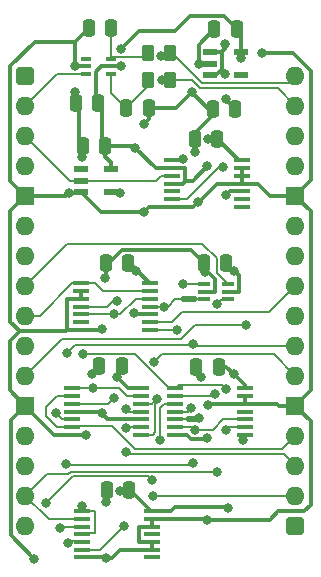
<source format=gtl>
%TF.GenerationSoftware,KiCad,Pcbnew,8.0.4*%
%TF.CreationDate,2024-09-05T16:26:24+02:00*%
%TF.ProjectId,Graphics Signals,47726170-6869-4637-9320-5369676e616c,V1*%
%TF.SameCoordinates,PX525bfc0PY43d3480*%
%TF.FileFunction,Copper,L1,Top*%
%TF.FilePolarity,Positive*%
%FSLAX46Y46*%
G04 Gerber Fmt 4.6, Leading zero omitted, Abs format (unit mm)*
G04 Created by KiCad (PCBNEW 8.0.4) date 2024-09-05 16:26:24*
%MOMM*%
%LPD*%
G01*
G04 APERTURE LIST*
G04 Aperture macros list*
%AMRoundRect*
0 Rectangle with rounded corners*
0 $1 Rounding radius*
0 $2 $3 $4 $5 $6 $7 $8 $9 X,Y pos of 4 corners*
0 Add a 4 corners polygon primitive as box body*
4,1,4,$2,$3,$4,$5,$6,$7,$8,$9,$2,$3,0*
0 Add four circle primitives for the rounded corners*
1,1,$1+$1,$2,$3*
1,1,$1+$1,$4,$5*
1,1,$1+$1,$6,$7*
1,1,$1+$1,$8,$9*
0 Add four rect primitives between the rounded corners*
20,1,$1+$1,$2,$3,$4,$5,0*
20,1,$1+$1,$4,$5,$6,$7,0*
20,1,$1+$1,$6,$7,$8,$9,0*
20,1,$1+$1,$8,$9,$2,$3,0*%
G04 Aperture macros list end*
%TA.AperFunction,EtchedComponent*%
%ADD10C,0.000000*%
%TD*%
%TA.AperFunction,SMDPad,CuDef*%
%ADD11RoundRect,0.250000X-0.250000X-0.475000X0.250000X-0.475000X0.250000X0.475000X-0.250000X0.475000X0*%
%TD*%
%TA.AperFunction,SMDPad,CuDef*%
%ADD12RoundRect,0.250000X0.250000X0.475000X-0.250000X0.475000X-0.250000X-0.475000X0.250000X-0.475000X0*%
%TD*%
%TA.AperFunction,SMDPad,CuDef*%
%ADD13R,1.000000X0.450000*%
%TD*%
%TA.AperFunction,SMDPad,CuDef*%
%ADD14R,1.475000X0.450000*%
%TD*%
%TA.AperFunction,SMDPad,CuDef*%
%ADD15R,0.875000X0.450000*%
%TD*%
%TA.AperFunction,SMDPad,CuDef*%
%ADD16R,1.150000X0.600000*%
%TD*%
%TA.AperFunction,ComponentPad*%
%ADD17RoundRect,0.400000X-0.400000X-0.400000X0.400000X-0.400000X0.400000X0.400000X-0.400000X0.400000X0*%
%TD*%
%TA.AperFunction,ComponentPad*%
%ADD18O,1.600000X1.600000*%
%TD*%
%TA.AperFunction,ComponentPad*%
%ADD19R,1.600000X1.600000*%
%TD*%
%TA.AperFunction,SMDPad,CuDef*%
%ADD20RoundRect,0.250000X-0.262500X-0.450000X0.262500X-0.450000X0.262500X0.450000X-0.262500X0.450000X0*%
%TD*%
%TA.AperFunction,SMDPad,CuDef*%
%ADD21C,0.500000*%
%TD*%
%TA.AperFunction,SMDPad,CuDef*%
%ADD22R,1.250000X0.600000*%
%TD*%
%TA.AperFunction,ViaPad*%
%ADD23C,0.800000*%
%TD*%
%TA.AperFunction,Conductor*%
%ADD24C,0.200000*%
%TD*%
%TA.AperFunction,Conductor*%
%ADD25C,0.380000*%
%TD*%
G04 APERTURE END LIST*
D10*
%TA.AperFunction,EtchedComponent*%
%TO.C,NT2*%
G36*
X14724000Y-29333000D02*
G01*
X13724000Y-29333000D01*
X13724000Y-28833000D01*
X14724000Y-28833000D01*
X14724000Y-29333000D01*
G37*
%TD.AperFunction*%
%TA.AperFunction,EtchedComponent*%
%TO.C,NT1*%
G36*
X14343000Y-19203000D02*
G01*
X13343000Y-19203000D01*
X13343000Y-18703000D01*
X14343000Y-18703000D01*
X14343000Y-19203000D01*
G37*
%TD.AperFunction*%
%TD*%
D11*
%TO.P,C4,1*%
%TO.N,Net-(IC9-~{Y})*%
X8524000Y-2779000D03*
%TO.P,C4,2*%
%TO.N,GND*%
X10424000Y-2779000D03*
%TD*%
D12*
%TO.P,C2,1*%
%TO.N,Net-(IC9-Y)*%
X7284000Y4064000D03*
%TO.P,C2,2*%
%TO.N,GND*%
X5384000Y4064000D03*
%TD*%
D13*
%TO.P,IC4,1,A*%
%TO.N,/~{Counting}*%
X15158000Y-17653000D03*
%TO.P,IC4,2,GND*%
%TO.N,GND*%
X15158000Y-18303000D03*
%TO.P,IC4,3,B*%
%TO.N,/~{Write w{slash}o Tansparency}*%
X15158000Y-18953000D03*
%TO.P,IC4,4,Y*%
%TO.N,~{Write}*%
X17158000Y-18953000D03*
%TO.P,IC4,5,3V*%
%TO.N,/3.3V*%
X17158000Y-18303000D03*
%TO.P,IC4,6,C*%
%TO.N,Transparent*%
X17158000Y-17653000D03*
%TD*%
D12*
%TO.P,C3,1*%
%TO.N,/3.3V*%
X6776000Y-5969000D03*
%TO.P,C3,2*%
%TO.N,GND*%
X4876000Y-5969000D03*
%TD*%
D11*
%TO.P,C11,1*%
%TO.N,GND*%
X6813000Y-15875000D03*
%TO.P,C11,2*%
%TO.N,/3.3V*%
X8713000Y-15875000D03*
%TD*%
D14*
%TO.P,IC3,1,~{1RD}*%
%TO.N,CLK0*%
X12424000Y-7194000D03*
%TO.P,IC3,2,1D*%
%TO.N,/3.3V*%
X12424000Y-7844000D03*
%TO.P,IC3,3,1CP*%
%TO.N,Write Start*%
X12424000Y-8494000D03*
%TO.P,IC3,4,~{1SD}*%
%TO.N,/3.3V*%
X12424000Y-9144000D03*
%TO.P,IC3,5,1Q*%
%TO.N,unconnected-(IC3-1Q-Pad5)*%
X12424000Y-9794000D03*
%TO.P,IC3,6,~{1Q}*%
%TO.N,~{Load Count Start}*%
X12424000Y-10444000D03*
%TO.P,IC3,7,GND*%
%TO.N,GND*%
X12424000Y-11094000D03*
%TO.P,IC3,8,~{2Q}*%
%TO.N,unconnected-(IC3-~{2Q}-Pad8)*%
X18300000Y-11094000D03*
%TO.P,IC3,9,2Q*%
%TO.N,unconnected-(IC3-2Q-Pad9)*%
X18300000Y-10444000D03*
%TO.P,IC3,10,~{2SD}*%
%TO.N,/3.3V*%
X18300000Y-9794000D03*
%TO.P,IC3,11,2CP*%
%TO.N,GND*%
X18300000Y-9144000D03*
%TO.P,IC3,12,2D*%
X18300000Y-8494000D03*
%TO.P,IC3,13,~{2RD}*%
X18300000Y-7844000D03*
%TO.P,IC3,14,3V*%
%TO.N,/3.3V*%
X18300000Y-7194000D03*
%TD*%
%TO.P,IC10,1,~{1RD}*%
%TO.N,/Running*%
X3920000Y-26498000D03*
%TO.P,IC10,2,1D*%
%TO.N,CLK2*%
X3920000Y-27148000D03*
%TO.P,IC10,3,1CP*%
%TO.N,MCLK*%
X3920000Y-27798000D03*
%TO.P,IC10,4,~{1SD}*%
%TO.N,/3.3V*%
X3920000Y-28448000D03*
%TO.P,IC10,5,1Q*%
%TO.N,CLK0*%
X3920000Y-29098000D03*
%TO.P,IC10,6,~{1Q}*%
%TO.N,CLK2*%
X3920000Y-29748000D03*
%TO.P,IC10,7,GND*%
%TO.N,GND*%
X3920000Y-30398000D03*
%TO.P,IC10,8,~{2Q}*%
%TO.N,CLK1*%
X9796000Y-30398000D03*
%TO.P,IC10,9,2Q*%
%TO.N,CLK3*%
X9796000Y-29748000D03*
%TO.P,IC10,10,~{2SD}*%
%TO.N,/3.3V*%
X9796000Y-29098000D03*
%TO.P,IC10,11,2CP*%
%TO.N,~{MCLK}*%
X9796000Y-28448000D03*
%TO.P,IC10,12,2D*%
%TO.N,CLK1*%
X9796000Y-27798000D03*
%TO.P,IC10,13,~{2RD}*%
%TO.N,/Running*%
X9796000Y-27148000D03*
%TO.P,IC10,14,3V*%
%TO.N,/3.3V*%
X9796000Y-26498000D03*
%TD*%
D15*
%TO.P,IC9,1,n.c.*%
%TO.N,unconnected-(IC9-n.c.-Pad1)*%
X5125000Y1427000D03*
%TO.P,IC9,2,GND*%
%TO.N,GND*%
X5125000Y777000D03*
%TO.P,IC9,3,X1*%
%TO.N,CLK_{M}*%
X5125000Y127000D03*
%TO.P,IC9,4,~{Y}*%
%TO.N,Net-(IC9-~{Y})*%
X7249000Y127000D03*
%TO.P,IC9,5,3V*%
%TO.N,/3.3V*%
X7249000Y777000D03*
%TO.P,IC9,6,Y*%
%TO.N,Net-(IC9-Y)*%
X7249000Y1427000D03*
%TD*%
D16*
%TO.P,IC36,1,6VIn*%
%TO.N,5V*%
X15638000Y1966000D03*
%TO.P,IC36,2,GND*%
%TO.N,GND*%
X15638000Y1016000D03*
%TO.P,IC36,3,EN*%
%TO.N,5V*%
X15638000Y66000D03*
%TO.P,IC36,4,ADJ*%
%TO.N,unconnected-(IC36-ADJ-Pad4)*%
X18238000Y66000D03*
%TO.P,IC36,5,3.3VOut*%
%TO.N,/3.3V*%
X18238000Y1966000D03*
%TD*%
D17*
%TO.P,J7,1,Pin_1*%
%TO.N,5V*%
X0Y0D03*
D18*
%TO.P,J7,2,Pin_2*%
%TO.N,CLK_{M}*%
X0Y-2540000D03*
%TO.P,J7,3,Pin_3*%
%TO.N,Write Start*%
X0Y-5080000D03*
%TO.P,J7,4,Pin_4*%
%TO.N,unconnected-(J7-Pin_4-Pad4)*%
X0Y-7620000D03*
D19*
%TO.P,J7,5,Pin_5*%
%TO.N,GND*%
X0Y-10160000D03*
D18*
%TO.P,J7,6,Pin_6*%
%TO.N,~{Main Access}*%
X0Y-12700000D03*
%TO.P,J7,7,Pin_7*%
%TO.N,unconnected-(J7-Pin_7-Pad7)*%
X0Y-15240000D03*
%TO.P,J7,8,Pin_8*%
%TO.N,Transparent*%
X0Y-17780000D03*
%TO.P,J7,9,Pin_9*%
%TO.N,~{Done}*%
X0Y-20320000D03*
%TO.P,J7,10,Pin_10*%
%TO.N,~{Read}*%
X0Y-22860000D03*
%TO.P,J7,11,Pin_11*%
%TO.N,~{Main Read}*%
X0Y-25400000D03*
D19*
%TO.P,J7,12,Pin_12*%
%TO.N,GND*%
X0Y-27940000D03*
D18*
%TO.P,J7,13,Pin_13*%
%TO.N,unconnected-(J7-Pin_13-Pad13)*%
X0Y-30480000D03*
%TO.P,J7,14,Pin_14*%
%TO.N,~{WD}_{M}*%
X0Y-33020000D03*
%TO.P,J7,15,Pin_15*%
%TO.N,~{Write}*%
X0Y-35560000D03*
%TO.P,J7,16,Pin_16*%
%TO.N,~{Main Write}*%
X0Y-38100000D03*
D17*
%TO.P,J7,17,Pin_17*%
%TO.N,5V*%
X22860000Y-38100000D03*
D18*
%TO.P,J7,18,Pin_18*%
%TO.N,~{RD}_{M}*%
X22860000Y-35560000D03*
%TO.P,J7,19,Pin_19*%
%TO.N,CLK3*%
X22860000Y-33020000D03*
%TO.P,J7,20,Pin_20*%
%TO.N,CLK2*%
X22860000Y-30480000D03*
D19*
%TO.P,J7,21,Pin_21*%
%TO.N,GND*%
X22860000Y-27940000D03*
D18*
%TO.P,J7,22,Pin_22*%
%TO.N,CLK1*%
X22860000Y-25400000D03*
%TO.P,J7,23,Pin_23*%
%TO.N,CLK0*%
X22860000Y-22860000D03*
%TO.P,J7,24,Pin_24*%
%TO.N,unconnected-(J7-Pin_24-Pad24)*%
X22860000Y-20320000D03*
%TO.P,J7,25,Pin_25*%
%TO.N,Counting*%
X22860000Y-17780000D03*
%TO.P,J7,26,Pin_26*%
%TO.N,unconnected-(J7-Pin_26-Pad26)*%
X22860000Y-15240000D03*
%TO.P,J7,27,Pin_27*%
%TO.N,unconnected-(J7-Pin_27-Pad27)*%
X22860000Y-12700000D03*
D19*
%TO.P,J7,28,Pin_28*%
%TO.N,GND*%
X22860000Y-10160000D03*
D18*
%TO.P,J7,29,Pin_29*%
%TO.N,~{Load Count Start}*%
X22860000Y-7620000D03*
%TO.P,J7,30,Pin_30*%
%TO.N,unconnected-(J7-Pin_30-Pad30)*%
X22860000Y-5080000D03*
%TO.P,J7,31,Pin_31*%
%TO.N,~{MCLK}*%
X22860000Y-2540000D03*
%TO.P,J7,32,Pin_32*%
%TO.N,MCLK*%
X22860000Y0D03*
%TD*%
D12*
%TO.P,C41,1*%
%TO.N,5V*%
X17775000Y-2794000D03*
%TO.P,C41,2*%
%TO.N,GND*%
X15875000Y-2794000D03*
%TD*%
D20*
%TO.P,R2,1*%
%TO.N,Net-(IC9-~{Y})*%
X10400500Y-356000D03*
%TO.P,R2,2*%
%TO.N,~{MCLK}*%
X12225500Y-356000D03*
%TD*%
D14*
%TO.P,IC6,1,~{1OE}*%
%TO.N,~{Main Access}*%
X4829000Y-36886000D03*
%TO.P,IC6,2,1A*%
%TO.N,~{Write}*%
X4829000Y-37536000D03*
%TO.P,IC6,3,1Y*%
%TO.N,~{WD}_{M}*%
X4829000Y-38186000D03*
%TO.P,IC6,4,~{2OE}*%
%TO.N,~{Main Access}*%
X4829000Y-38836000D03*
%TO.P,IC6,5,2A*%
%TO.N,~{Read}*%
X4829000Y-39486000D03*
%TO.P,IC6,6,2Y*%
%TO.N,~{RD}_{M}*%
X4829000Y-40136000D03*
%TO.P,IC6,7,GND*%
%TO.N,GND*%
X4829000Y-40786000D03*
%TO.P,IC6,8,3Y*%
%TO.N,unconnected-(IC6-3Y-Pad8)*%
X10705000Y-40786000D03*
%TO.P,IC6,9,3A*%
%TO.N,GND*%
X10705000Y-40136000D03*
%TO.P,IC6,10,~{3OE}*%
X10705000Y-39486000D03*
%TO.P,IC6,11,4Y*%
%TO.N,unconnected-(IC6-4Y-Pad11)*%
X10705000Y-38836000D03*
%TO.P,IC6,12,4A*%
%TO.N,GND*%
X10705000Y-38186000D03*
%TO.P,IC6,13,~{4OE}*%
X10705000Y-37536000D03*
%TO.P,IC6,14,3V*%
%TO.N,/3.3V*%
X10705000Y-36886000D03*
%TD*%
D11*
%TO.P,C1,1*%
%TO.N,GND*%
X14351000Y-5334000D03*
%TO.P,C1,2*%
%TO.N,/3.3V*%
X16251000Y-5334000D03*
%TD*%
D14*
%TO.P,IC11,1,1A*%
%TO.N,~{Main Access}*%
X12683000Y-26498000D03*
%TO.P,IC11,2,1B*%
%TO.N,~{Write}*%
X12683000Y-27148000D03*
%TO.P,IC11,3,1Y*%
%TO.N,~{Main Write}*%
X12683000Y-27798000D03*
%TO.P,IC11,4,2A*%
%TO.N,/~{Counting}*%
X12683000Y-28448000D03*
%TO.P,IC11,5,2B*%
%TO.N,Net-(IC11B-2B)*%
X12683000Y-29098000D03*
%TO.P,IC11,6,2Y*%
%TO.N,~{Read}*%
X12683000Y-29748000D03*
%TO.P,IC11,7,GND*%
%TO.N,GND*%
X12683000Y-30398000D03*
%TO.P,IC11,8,3Y*%
%TO.N,~{Main Read}*%
X18559000Y-30398000D03*
%TO.P,IC11,9,3A*%
%TO.N,~{Main Access}*%
X18559000Y-29748000D03*
%TO.P,IC11,10,3B*%
%TO.N,~{Read}*%
X18559000Y-29098000D03*
%TO.P,IC11,11,4Y*%
%TO.N,unconnected-(IC11D-4Y-Pad11)*%
X18559000Y-28448000D03*
%TO.P,IC11,12,4A*%
%TO.N,GND*%
X18559000Y-27798000D03*
%TO.P,IC11,13,4B*%
X18559000Y-27148000D03*
%TO.P,IC11,14,3V*%
%TO.N,/3.3V*%
X18559000Y-26498000D03*
%TD*%
D11*
%TO.P,C5,1*%
%TO.N,GND*%
X4273000Y-2286000D03*
%TO.P,C5,2*%
%TO.N,/3.3V*%
X6173000Y-2286000D03*
%TD*%
%TO.P,C10,1*%
%TO.N,GND*%
X15113000Y-15875000D03*
%TO.P,C10,2*%
%TO.N,/3.3V*%
X17013000Y-15875000D03*
%TD*%
%TO.P,C6,1*%
%TO.N,GND*%
X14483000Y-24638000D03*
%TO.P,C6,2*%
%TO.N,/3.3V*%
X16383000Y-24638000D03*
%TD*%
%TO.P,C8,1*%
%TO.N,GND*%
X6248000Y-24618000D03*
%TO.P,C8,2*%
%TO.N,/3.3V*%
X8148000Y-24618000D03*
%TD*%
%TO.P,C9,1*%
%TO.N,GND*%
X6903000Y-35052000D03*
%TO.P,C9,2*%
%TO.N,/3.3V*%
X8803000Y-35052000D03*
%TD*%
D20*
%TO.P,R1,1*%
%TO.N,Net-(IC9-Y)*%
X10400500Y1930000D03*
%TO.P,R1,2*%
%TO.N,MCLK*%
X12225500Y1930000D03*
%TD*%
D21*
%TO.P,NT2,1,1*%
%TO.N,CLK1*%
X14723999Y-29083000D03*
%TO.P,NT2,2,2*%
%TO.N,Net-(IC11B-2B)*%
X13724001Y-29083000D03*
%TD*%
%TO.P,NT1,1,1*%
%TO.N,CLK3*%
X13343000Y-18953000D03*
%TO.P,NT1,2,2*%
%TO.N,/~{Write w{slash}o Tansparency}*%
X14343000Y-18953000D03*
%TD*%
D12*
%TO.P,C42,1*%
%TO.N,/3.3V*%
X17902000Y3937000D03*
%TO.P,C42,2*%
%TO.N,GND*%
X16002000Y3937000D03*
%TD*%
D14*
%TO.P,IC2,1,~{1RD}*%
%TO.N,~{Done}*%
X4682000Y-17608000D03*
%TO.P,IC2,2,1D*%
%TO.N,GND*%
X4682000Y-18258000D03*
%TO.P,IC2,3,1CP*%
X4682000Y-18908000D03*
%TO.P,IC2,4,~{1SD}*%
%TO.N,/~{Write Start}*%
X4682000Y-19558000D03*
%TO.P,IC2,5,1Q*%
%TO.N,/Running*%
X4682000Y-20208000D03*
%TO.P,IC2,6,~{1Q}*%
%TO.N,unconnected-(IC2-~{1Q}-Pad6)*%
X4682000Y-20858000D03*
%TO.P,IC2,7,GND*%
%TO.N,GND*%
X4682000Y-21508000D03*
%TO.P,IC2,8,~{2Q}*%
%TO.N,/~{Counting}*%
X10558000Y-21508000D03*
%TO.P,IC2,9,2Q*%
%TO.N,Counting*%
X10558000Y-20858000D03*
%TO.P,IC2,10,~{2SD}*%
%TO.N,/3.3V*%
X10558000Y-20208000D03*
%TO.P,IC2,11,2CP*%
%TO.N,CLK3*%
X10558000Y-19558000D03*
%TO.P,IC2,12,2D*%
%TO.N,/Running*%
X10558000Y-18908000D03*
%TO.P,IC2,13,~{2RD}*%
%TO.N,~{Done}*%
X10558000Y-18258000D03*
%TO.P,IC2,14,3V*%
%TO.N,/3.3V*%
X10558000Y-17608000D03*
%TD*%
D22*
%TO.P,IC1,1,N.C.*%
%TO.N,unconnected-(IC1-N.C.-Pad1)*%
X4719000Y-7940000D03*
%TO.P,IC1,2,A*%
%TO.N,Write Start*%
X4719000Y-8890000D03*
%TO.P,IC1,3,GND*%
%TO.N,GND*%
X4719000Y-9840000D03*
%TO.P,IC1,4,Y*%
%TO.N,/~{Write Start}*%
X7219000Y-9840000D03*
%TO.P,IC1,5,3V*%
%TO.N,/3.3V*%
X7219000Y-7940000D03*
%TD*%
D23*
%TO.N,~{Write}*%
X16257331Y-33528000D03*
%TO.N,/3.3V*%
X8003000Y-35179000D03*
%TO.N,MCLK*%
X7493000Y-27305000D03*
X11513000Y1651000D03*
%TO.N,~{MCLK}*%
X11557000Y-381000D03*
X8485598Y-28201283D03*
%TO.N,/Running*%
X7493000Y-20193000D03*
X5721027Y-26430795D03*
%TO.N,~{Read}*%
X3446530Y-32915465D03*
X14224000Y-32778000D03*
X14351000Y-29972000D03*
%TO.N,CLK3*%
X8549349Y-31877002D03*
%TO.N,~{Main Write}*%
X1778000Y-36195000D03*
X11400754Y-30874503D03*
X10727894Y-34275605D03*
%TO.N,GND*%
X5091027Y-30398515D03*
X5622771Y-25243221D03*
%TO.N,~{Main Access}*%
X4848331Y-23591000D03*
%TO.N,CLK0*%
X2582498Y-28575000D03*
X3555997Y-23495003D03*
%TO.N,~{Main Read}*%
X18669000Y-21082000D03*
%TO.N,CLK3*%
X11719028Y-19558001D03*
X8549349Y-29847371D03*
%TO.N,/~{Counting}*%
X14054629Y-28133054D03*
%TO.N,~{Main Access}*%
X4826000Y-36449000D03*
%TO.N,CLK1*%
X10922002Y-24245000D03*
%TO.N,~{Write}*%
X16069188Y-26948456D03*
%TO.N,GND*%
X15493996Y-27898000D03*
X15411126Y-30672000D03*
X14847000Y-25491975D03*
%TO.N,~{Main Access}*%
X17007331Y-29972000D03*
X16966145Y-26502204D03*
%TO.N,CLK1*%
X11131490Y-27422059D03*
X14654000Y-28995178D03*
%TO.N,~{Main Read}*%
X18455382Y-30899487D03*
%TO.N,/3.3V*%
X17653000Y-25273000D03*
X6477000Y-28574998D03*
%TO.N,5V*%
X16891000Y127000D03*
X16954502Y-1968502D03*
X16891000Y2667000D03*
%TO.N,GND*%
X14593000Y-10668000D03*
X14726000Y1016000D03*
X15411126Y-37592000D03*
X10045720Y-4096877D03*
X4219125Y827000D03*
X4826000Y-6858000D03*
X10045000Y-11528492D03*
X6731000Y-17145000D03*
X4191000Y-1397000D03*
X14097000Y-1397000D03*
X6477000Y-21463000D03*
X14351000Y-6477000D03*
X762005Y-40894005D03*
X15240000Y-16637000D03*
X6858000Y-36068000D03*
X6858000Y-40886000D03*
X3683000Y-9906000D03*
X20066000Y1905000D03*
%TO.N,/3.3V*%
X15494000Y-5334000D03*
X9398000Y-16510000D03*
X17650500Y-16512500D03*
X9270997Y-6096003D03*
X16965990Y-10154364D03*
X9193411Y-20098928D03*
X8128000Y777000D03*
X15383209Y-7686130D03*
X8069054Y2277001D03*
X18238001Y1454972D03*
X7747000Y-25527000D03*
X17132470Y-36576000D03*
%TO.N,/~{Write Start}*%
X8001004Y-9906000D03*
X7747000Y-19049998D03*
%TO.N,/~{Counting}*%
X12827000Y-21577274D03*
X13335000Y-17653000D03*
%TO.N,~{Load Count Start}*%
X16764000Y-7747000D03*
%TO.N,CLK0*%
X13355766Y-7051318D03*
X14224000Y-22733000D03*
%TO.N,~{Write}*%
X16258000Y-19304000D03*
%TO.N,~{WD}_{M}*%
X2900552Y-38286000D03*
%TO.N,~{RD}_{M}*%
X10794997Y-35560003D03*
X8381999Y-38100001D03*
%TO.N,~{Read}*%
X3600552Y-39566073D03*
%TD*%
D24*
%TO.N,CLK0*%
X14351000Y-22860000D02*
X14224000Y-22733000D01*
X22860000Y-22860000D02*
X14351000Y-22860000D01*
X14116000Y-22841000D02*
X14224000Y-22733000D01*
X3555997Y-23495003D02*
X4210000Y-22841000D01*
X4210000Y-22841000D02*
X14116000Y-22841000D01*
%TO.N,~{Main Read}*%
X14388398Y-21082000D02*
X18669000Y-21082000D01*
X13130398Y-22340000D02*
X14388398Y-21082000D01*
X3060000Y-22340000D02*
X13130398Y-22340000D01*
X0Y-25400000D02*
X3060000Y-22340000D01*
%TO.N,/~{Counting}*%
X10627274Y-21577274D02*
X12827000Y-21577274D01*
%TO.N,~{RD}_{M}*%
X10795000Y-35560000D02*
X10794997Y-35560003D01*
X22860000Y-35560000D02*
X10795000Y-35560000D01*
X6346000Y-40136000D02*
X8381999Y-38100001D01*
X4829000Y-40136000D02*
X6346000Y-40136000D01*
D25*
%TO.N,/3.3V*%
X12312000Y-36886000D02*
X12700000Y-36498000D01*
X12700000Y-36498000D02*
X17054470Y-36498000D01*
X10705000Y-36886000D02*
X12312000Y-36886000D01*
%TO.N,GND*%
X20701000Y-37592000D02*
X15411126Y-37592000D01*
X23587230Y-36910000D02*
X21383000Y-36910000D01*
X24175000Y-29255000D02*
X24175000Y-36322230D01*
X24175000Y-36322230D02*
X23587230Y-36910000D01*
X22860000Y-27940000D02*
X24175000Y-29255000D01*
X21383000Y-36910000D02*
X20701000Y-37592000D01*
X15355126Y-37536000D02*
X15411126Y-37592000D01*
X10705000Y-37536000D02*
X15355126Y-37536000D01*
%TO.N,/3.3V*%
X17054470Y-36498000D02*
X17132470Y-36576000D01*
D24*
%TO.N,CLK3*%
X8700347Y-32028000D02*
X8549349Y-31877002D01*
X21868000Y-32028000D02*
X8700347Y-32028000D01*
X22860000Y-33020000D02*
X21868000Y-32028000D01*
%TO.N,~{Write}*%
X3644314Y-33763000D02*
X3879314Y-33528000D01*
X1797000Y-33763000D02*
X3644314Y-33763000D01*
X0Y-35560000D02*
X1797000Y-33763000D01*
X3879314Y-33528000D02*
X16257331Y-33528000D01*
%TO.N,~{Read}*%
X3532065Y-33001000D02*
X14001000Y-33001000D01*
X3446530Y-32915465D02*
X3532065Y-33001000D01*
X14001000Y-33001000D02*
X14224000Y-32778000D01*
%TO.N,~{Main Read}*%
X18559000Y-30795869D02*
X18455382Y-30899487D01*
X18559000Y-30398000D02*
X18559000Y-30795869D01*
%TO.N,~{Main Access}*%
X17231331Y-29748000D02*
X17007331Y-29972000D01*
X18559000Y-29748000D02*
X17231331Y-29748000D01*
D25*
%TO.N,GND*%
X15593996Y-27798000D02*
X15493996Y-27898000D01*
D24*
%TO.N,~{Main Access}*%
X16662397Y-26198456D02*
X16966145Y-26502204D01*
X12683000Y-26498000D02*
X12982544Y-26198456D01*
D25*
%TO.N,GND*%
X18559000Y-27798000D02*
X15593996Y-27798000D01*
D24*
%TO.N,~{Main Access}*%
X12982544Y-26198456D02*
X16662397Y-26198456D01*
%TO.N,~{Write}*%
X15869644Y-27148000D02*
X16069188Y-26948456D01*
X12683000Y-27148000D02*
X15869644Y-27148000D01*
D25*
%TO.N,GND*%
X21478000Y-27940000D02*
X21336000Y-27798000D01*
X22860000Y-27940000D02*
X21478000Y-27940000D01*
X18559000Y-27798000D02*
X21336000Y-27798000D01*
X2458000Y-30398000D02*
X0Y-27940000D01*
X3920000Y-30398000D02*
X2458000Y-30398000D01*
X5090512Y-30398000D02*
X5091027Y-30398515D01*
X3920000Y-30398000D02*
X5090512Y-30398000D01*
D24*
%TO.N,CLK2*%
X21717000Y-31623000D02*
X22860000Y-30480000D01*
X9299349Y-31623000D02*
X21717000Y-31623000D01*
X4020001Y-29647999D02*
X7324348Y-29647999D01*
X7324348Y-29647999D02*
X9299349Y-31623000D01*
%TO.N,~{Main Write}*%
X4045000Y-33928000D02*
X10380289Y-33928000D01*
X1778000Y-36195000D02*
X4045000Y-33928000D01*
X10380289Y-33928000D02*
X10727894Y-34275605D01*
%TO.N,~{Write}*%
X1976000Y-37536000D02*
X4829000Y-37536000D01*
X0Y-35560000D02*
X1976000Y-37536000D01*
%TO.N,~{WD}_{M}*%
X2950552Y-38236000D02*
X2900552Y-38286000D01*
X4779000Y-38236000D02*
X2950552Y-38236000D01*
D25*
%TO.N,/3.3V*%
X8130000Y-35052000D02*
X8003000Y-35179000D01*
X8803000Y-35052000D02*
X8130000Y-35052000D01*
%TO.N,GND*%
X5622779Y-25243221D02*
X5622771Y-25243221D01*
X6248000Y-24618000D02*
X5622779Y-25243221D01*
D24*
%TO.N,MCLK*%
X7000000Y-27798000D02*
X7493000Y-27305000D01*
X3920000Y-27798000D02*
X7000000Y-27798000D01*
%TO.N,/Running*%
X7888795Y-26430795D02*
X5721027Y-26430795D01*
X8606000Y-27148000D02*
X7888795Y-26430795D01*
X9796000Y-27148000D02*
X8606000Y-27148000D01*
D25*
%TO.N,/3.3V*%
X6943285Y-29041283D02*
X6477000Y-28574998D01*
X8621783Y-29041283D02*
X6943285Y-29041283D01*
X9761000Y-29063000D02*
X8643500Y-29063000D01*
X6350002Y-28448000D02*
X6477000Y-28574998D01*
X3920000Y-28448000D02*
X6350002Y-28448000D01*
X8643500Y-29063000D02*
X8621783Y-29041283D01*
D24*
%TO.N,/Running*%
X5653822Y-26498000D02*
X5721027Y-26430795D01*
X3920000Y-26498000D02*
X5653822Y-26498000D01*
D25*
%TO.N,/3.3V*%
X8718000Y-26498000D02*
X7747000Y-25527000D01*
X9796000Y-26498000D02*
X8718000Y-26498000D01*
X8148000Y-25126000D02*
X7747000Y-25527000D01*
D24*
%TO.N,/Running*%
X10558000Y-18908000D02*
X9323678Y-18908000D01*
D25*
%TO.N,/3.3V*%
X9302483Y-20208000D02*
X9193411Y-20098928D01*
D24*
%TO.N,/Running*%
X8038678Y-20193000D02*
X7493000Y-20193000D01*
D25*
%TO.N,GND*%
X10479492Y-11094000D02*
X10045000Y-11528492D01*
X6407492Y-11528492D02*
X10045000Y-11528492D01*
X12424000Y-11094000D02*
X10479492Y-11094000D01*
X10424000Y-3718597D02*
X10045720Y-4096877D01*
X10424000Y-2779000D02*
X10424000Y-3718597D01*
X4719000Y-9840000D02*
X6407492Y-11528492D01*
D24*
%TO.N,/Running*%
X9323678Y-18908000D02*
X8038678Y-20193000D01*
%TO.N,MCLK*%
X11792000Y1930000D02*
X11513000Y1651000D01*
X12225500Y1930000D02*
X11792000Y1930000D01*
D25*
%TO.N,/3.3V*%
X10558000Y-20208000D02*
X9302483Y-20208000D01*
D24*
%TO.N,~{MCLK}*%
X11557000Y-381000D02*
X12200500Y-381000D01*
X9796000Y-28448000D02*
X8732315Y-28448000D01*
X8732315Y-28448000D02*
X8485598Y-28201283D01*
%TO.N,/Running*%
X7478000Y-20208000D02*
X7493000Y-20193000D01*
X4682000Y-20208000D02*
X7478000Y-20208000D01*
D25*
%TO.N,GND*%
X13659771Y-30398000D02*
X12683000Y-30398000D01*
X14023771Y-30762000D02*
X13659771Y-30398000D01*
X15321126Y-30762000D02*
X14023771Y-30762000D01*
X15411126Y-30672000D02*
X15321126Y-30762000D01*
D24*
%TO.N,/~{Counting}*%
X13739683Y-28448000D02*
X14054629Y-28133054D01*
X12683000Y-28448000D02*
X13739683Y-28448000D01*
%TO.N,~{Read}*%
X15842000Y-29972000D02*
X14351000Y-29972000D01*
X18559000Y-29098000D02*
X16716000Y-29098000D01*
X14127000Y-29748000D02*
X14351000Y-29972000D01*
X12683000Y-29748000D02*
X14127000Y-29748000D01*
X16716000Y-29098000D02*
X15842000Y-29972000D01*
%TO.N,CLK1*%
X10708500Y-27798000D02*
X9796000Y-27798000D01*
X10833500Y-27673000D02*
X10708500Y-27798000D01*
X11131490Y-27422059D02*
X10880549Y-27673000D01*
X11000754Y-30213842D02*
X10816596Y-30398000D01*
X10816596Y-30398000D02*
X9796000Y-30398000D01*
X11000754Y-27552795D02*
X11000754Y-30213842D01*
X11131490Y-27422059D02*
X11000754Y-27552795D01*
X10880549Y-27673000D02*
X10833500Y-27673000D01*
%TO.N,~{Main Write}*%
X11745500Y-27798000D02*
X11400754Y-28142746D01*
X11400754Y-28142746D02*
X11400754Y-30874503D01*
X12683000Y-27798000D02*
X11745500Y-27798000D01*
%TO.N,CLK2*%
X1778000Y-28829000D02*
X2697000Y-29748000D01*
X3920000Y-27148000D02*
X2697000Y-27148000D01*
X2697000Y-27148000D02*
X1778000Y-28067000D01*
X1778000Y-28067000D02*
X1778000Y-28829000D01*
X2697000Y-29748000D02*
X3920000Y-29748000D01*
%TO.N,CLK0*%
X3105498Y-29098000D02*
X3920000Y-29098000D01*
X2582498Y-28575000D02*
X3105498Y-29098000D01*
%TO.N,~{Main Access}*%
X12170500Y-26498000D02*
X9263500Y-23591000D01*
X9263500Y-23591000D02*
X4848331Y-23591000D01*
%TO.N,CLK1*%
X21073000Y-23613000D02*
X11554002Y-23613000D01*
X22860000Y-25400000D02*
X21073000Y-23613000D01*
X11554002Y-23613000D02*
X10922002Y-24245000D01*
D25*
%TO.N,GND*%
X14483000Y-25127975D02*
X14847000Y-25491975D01*
D24*
%TO.N,CLK3*%
X8648720Y-29748000D02*
X9796000Y-29748000D01*
X8549349Y-29847371D02*
X8648720Y-29748000D01*
%TO.N,Net-(IC11B-2B)*%
X12683000Y-29098000D02*
X13709001Y-29098000D01*
D25*
%TO.N,/3.3V*%
X17653000Y-25273000D02*
X18559000Y-26179000D01*
%TO.N,GND*%
X18559000Y-27148000D02*
X18559000Y-27798000D01*
%TO.N,/3.3V*%
X18559000Y-26179000D02*
X18559000Y-26498000D01*
D24*
%TO.N,/~{Counting}*%
X15158000Y-17653000D02*
X13335000Y-17653000D01*
%TO.N,~{Main Access}*%
X4829000Y-36452000D02*
X4826000Y-36449000D01*
X4829000Y-36886000D02*
X4829000Y-36452000D01*
%TO.N,~{Read}*%
X3774904Y-39391721D02*
X3600552Y-39566073D01*
X4923279Y-39391721D02*
X3774904Y-39391721D01*
D25*
%TO.N,GND*%
X24175000Y-26625000D02*
X22860000Y-27940000D01*
X24175000Y-11475000D02*
X24175000Y-26625000D01*
X22860000Y-10160000D02*
X24175000Y-11475000D01*
%TO.N,/3.3V*%
X17018000Y-24638000D02*
X17653000Y-25273000D01*
X16383000Y-24638000D02*
X17018000Y-24638000D01*
D24*
%TO.N,Net-(IC9-Y)*%
X9997501Y1527001D02*
X7349001Y1527001D01*
X7284000Y4064000D02*
X7284000Y1462000D01*
D25*
%TO.N,5V*%
X16603000Y546000D02*
X16891000Y258000D01*
X16603000Y546000D02*
X16123000Y66000D01*
X16593000Y1966000D02*
X16891000Y2264000D01*
X16603000Y1956000D02*
X16603000Y546000D01*
X15638000Y1966000D02*
X16593000Y1966000D01*
X16123000Y66000D02*
X15638000Y66000D01*
X17775000Y-2794000D02*
X16954502Y-1973502D01*
X16891000Y2264000D02*
X16891000Y2667000D01*
X17145000Y-2164000D02*
X17145000Y-2159000D01*
X16593000Y1966000D02*
X16603000Y1956000D01*
X17145000Y-2159000D02*
X16954502Y-1968502D01*
X16891000Y258000D02*
X16891000Y127000D01*
X16954502Y-1973502D02*
X16954502Y-1968502D01*
%TO.N,GND*%
X16048000Y-17235964D02*
X16048000Y-18268000D01*
X3402500Y-21670000D02*
X-492915Y-21670000D01*
X20066000Y1905000D02*
X22637915Y1905000D01*
X4307500Y777000D02*
X4191000Y893500D01*
X4273000Y-1479000D02*
X4191000Y-1397000D01*
X6903000Y-35052000D02*
X6903000Y-36023000D01*
X8040780Y-40136000D02*
X7290780Y-40886000D01*
X0Y-10160000D02*
X-1315000Y-11475000D01*
X10705000Y-39486000D02*
X9587500Y-39486000D01*
X10424000Y-2779000D02*
X12715000Y-2779000D01*
X10705000Y-40136000D02*
X10705000Y-39486000D01*
X4876000Y-5969000D02*
X4876000Y-6808000D01*
X24175000Y-8845000D02*
X22860000Y-10160000D01*
X19685000Y-9144000D02*
X20701000Y-10160000D01*
X14673000Y2608000D02*
X14673000Y1069000D01*
X14351000Y-5334000D02*
X14351000Y-6477000D01*
X3564500Y-18908000D02*
X3554500Y-18918000D01*
X9577500Y-39476000D02*
X9577500Y-38221000D01*
X7075976Y-15875000D02*
X8190976Y-14760000D01*
X15113000Y-16300964D02*
X15240000Y-16427964D01*
X14662965Y-10668000D02*
X14593000Y-10668000D01*
X6903000Y-36023000D02*
X6858000Y-36068000D01*
X4572000Y-2585000D02*
X4572000Y-5665000D01*
X3554500Y-18918000D02*
X3554500Y-21498000D01*
X-1315000Y-11475000D02*
X-1315000Y-20847915D01*
X4191000Y2871000D02*
X816437Y2871000D01*
X9587500Y-39486000D02*
X9577500Y-39476000D01*
X4829000Y-40786000D02*
X6758000Y-40786000D01*
X7290780Y-40886000D02*
X6858000Y-40886000D01*
X22637915Y1905000D02*
X24175000Y367915D01*
X20701000Y-10160000D02*
X22860000Y-10160000D01*
X18300000Y-8494000D02*
X18300000Y-9144000D01*
X6477000Y-21463000D02*
X6432000Y-21508000D01*
X16013000Y-18303000D02*
X15158000Y-18303000D01*
X4191000Y893500D02*
X4191000Y2871000D01*
X3683000Y-9906000D02*
X4653000Y-9906000D01*
X9612500Y-38186000D02*
X10705000Y-38186000D01*
X14673000Y1069000D02*
X14726000Y1016000D01*
X4682000Y-18258000D02*
X4682000Y-18908000D01*
X-1315000Y-26625000D02*
X0Y-27940000D01*
X9577500Y-38221000D02*
X9612500Y-38186000D01*
X3564500Y-21508000D02*
X4682000Y-21508000D01*
X18300000Y-8494000D02*
X18300000Y-7844000D01*
X15494000Y-2794000D02*
X14097000Y-1397000D01*
X8190976Y-14760000D02*
X13998000Y-14760000D01*
X18300000Y-9144000D02*
X19685000Y-9144000D01*
X4273000Y-2286000D02*
X4273000Y-1479000D01*
X5125000Y777000D02*
X4307500Y777000D01*
X12424000Y-11094000D02*
X14167000Y-11094000D01*
X12715000Y-2779000D02*
X14097000Y-1397000D01*
X3564500Y-21508000D02*
X3402500Y-21670000D01*
X6813000Y-15875000D02*
X6813000Y-17063000D01*
X0Y-10160000D02*
X3429000Y-10160000D01*
X0Y-27940000D02*
X-1190000Y-29130000D01*
X16048000Y-18268000D02*
X16013000Y-18303000D01*
X24175000Y367915D02*
X24175000Y-8845000D01*
X-1190000Y-29130000D02*
X-1190000Y-38942000D01*
X-492915Y-21670000D02*
X-1315000Y-22492085D01*
X14167000Y-11094000D02*
X14593000Y-10668000D01*
X14726000Y1016000D02*
X15638000Y1016000D01*
X15449036Y-16637000D02*
X16048000Y-17235964D01*
X816437Y2871000D02*
X-1270000Y784563D01*
X13998000Y-14760000D02*
X15113000Y-15875000D01*
X-1190000Y-38942000D02*
X762005Y-40894005D01*
X6813000Y-17063000D02*
X6731000Y-17145000D01*
X6758000Y-40786000D02*
X6858000Y-40886000D01*
X15240000Y-16637000D02*
X15449036Y-16637000D01*
X4682000Y-18908000D02*
X3564500Y-18908000D01*
X-1315000Y-22492085D02*
X-1315000Y-26625000D01*
X-492915Y-21670000D02*
X-1315000Y-20847915D01*
X3429000Y-10160000D02*
X3683000Y-9906000D01*
X-1270000Y784563D02*
X-1270000Y-8890000D01*
X14351000Y-4826000D02*
X15875000Y-3302000D01*
X10705000Y-40136000D02*
X8040780Y-40136000D01*
X16002000Y3937000D02*
X14673000Y2608000D01*
X10705000Y-38186000D02*
X10705000Y-37536000D01*
X-1270000Y-8890000D02*
X0Y-10160000D01*
X15240000Y-16427964D02*
X15240000Y-16637000D01*
X15875000Y-2794000D02*
X15494000Y-2794000D01*
X6432000Y-21508000D02*
X4682000Y-21508000D01*
X3554500Y-21498000D02*
X3564500Y-21508000D01*
X4876000Y-6808000D02*
X4826000Y-6858000D01*
X18300000Y-9144000D02*
X16186965Y-9144000D01*
X4191000Y2871000D02*
X5384000Y4064000D01*
X16186965Y-9144000D02*
X14662965Y-10668000D01*
%TO.N,/3.3V*%
X17902000Y3937000D02*
X16787000Y5052000D01*
X9143994Y-5969000D02*
X9270997Y-6096003D01*
X18111000Y-7194000D02*
X16251000Y-5334000D01*
X8825000Y-15875000D02*
X9398000Y-16448000D01*
X9291000Y-35540000D02*
X8803000Y-35052000D01*
X18238000Y3601000D02*
X18238000Y1966000D01*
X11018994Y-7844000D02*
X9270997Y-6096003D01*
X7249000Y777000D02*
X6431500Y777000D01*
X9398000Y-16510000D02*
X9460000Y-16510000D01*
X6776000Y-5969000D02*
X9143994Y-5969000D01*
X18048000Y-18293000D02*
X18048000Y-16910000D01*
X17013000Y-15875000D02*
X17650500Y-16512500D01*
X9602053Y3810000D02*
X8069054Y2277001D01*
X13541500Y-7844000D02*
X13551500Y-7854000D01*
X6431500Y777000D02*
X5952500Y298000D01*
X9398000Y-16448000D02*
X9398000Y-16510000D01*
X6477000Y-2590000D02*
X6477000Y-5670000D01*
X12424000Y-7844000D02*
X11018994Y-7844000D01*
X12424000Y-7844000D02*
X13541500Y-7844000D01*
X13551500Y-8962500D02*
X13370000Y-9144000D01*
X13370000Y-9144000D02*
X12424000Y-9144000D01*
X18238000Y1966000D02*
X18238000Y1454973D01*
X18300000Y-9794000D02*
X17326354Y-9794000D01*
X13551500Y-8890000D02*
X14179339Y-8890000D01*
X6776000Y-5969000D02*
X6776000Y-6903000D01*
X7219000Y-7346000D02*
X7219000Y-7940000D01*
X13942000Y5052000D02*
X12700000Y3810000D01*
X17158000Y-18303000D02*
X18038000Y-18303000D01*
X12700000Y3810000D02*
X9602053Y3810000D01*
X13551500Y-7854000D02*
X13551500Y-8890000D01*
X15494000Y-5334000D02*
X16251000Y-5334000D01*
X14179339Y-8890000D02*
X15383209Y-7686130D01*
X17902000Y3937000D02*
X18238000Y3601000D01*
X16787000Y5052000D02*
X13942000Y5052000D01*
X9460000Y-16510000D02*
X10558000Y-17608000D01*
X17326354Y-9794000D02*
X16965990Y-10154364D01*
X6776000Y-6903000D02*
X7219000Y-7346000D01*
X10637000Y-36886000D02*
X9291000Y-35540000D01*
X18048000Y-16910000D02*
X17650500Y-16512500D01*
X18038000Y-18303000D02*
X18048000Y-18293000D01*
X13551500Y-8890000D02*
X13551500Y-8962500D01*
X5952500Y298000D02*
X5952500Y-2065500D01*
X18238000Y1454973D02*
X18238001Y1454972D01*
X7249000Y777000D02*
X8128000Y777000D01*
D24*
%TO.N,Net-(IC9-~{Y})*%
X7249000Y127000D02*
X7249000Y-1504000D01*
X7249000Y-1504000D02*
X8524000Y-2779000D01*
X10400500Y-902500D02*
X8524000Y-2779000D01*
%TO.N,/~{Write Start}*%
X7935004Y-9840000D02*
X8001004Y-9906000D01*
X6940339Y-19558000D02*
X7448341Y-19049998D01*
X7219000Y-9840000D02*
X7935004Y-9840000D01*
X7448341Y-19049998D02*
X7747000Y-19049998D01*
X4682000Y-19558000D02*
X6940339Y-19558000D01*
%TO.N,/~{Write w{slash}o Tansparency}*%
X15158000Y-18953000D02*
X14343000Y-18953000D01*
%TO.N,CLK_{M}*%
X2667000Y127000D02*
X0Y-2540000D01*
X5125000Y127000D02*
X2667000Y127000D01*
%TO.N,Write Start*%
X0Y-5080000D02*
X3810000Y-8890000D01*
X11090500Y-8890000D02*
X11486500Y-8494000D01*
X3810000Y-8890000D02*
X4719000Y-8890000D01*
X11486500Y-8494000D02*
X12424000Y-8494000D01*
X4719000Y-8890000D02*
X11090500Y-8890000D01*
%TO.N,~{Done}*%
X3935000Y-17608000D02*
X1223000Y-20320000D01*
X10558000Y-18258000D02*
X6562000Y-18258000D01*
X4682000Y-17608000D02*
X3935000Y-17608000D01*
X6562000Y-18258000D02*
X5912000Y-17608000D01*
X1223000Y-20320000D02*
X0Y-20320000D01*
X5912000Y-17608000D02*
X4682000Y-17608000D01*
%TO.N,~{Load Count Start}*%
X13686000Y-10444000D02*
X16383000Y-7747000D01*
X12424000Y-10444000D02*
X13686000Y-10444000D01*
X16383000Y-7747000D02*
X16764000Y-7747000D01*
%TO.N,~{Main Access}*%
X5866500Y-38711000D02*
X4954000Y-38711000D01*
X5866500Y-36986000D02*
X5866500Y-38711000D01*
X4829000Y-36886000D02*
X5766500Y-36886000D01*
X5766500Y-36886000D02*
X5866500Y-36986000D01*
%TO.N,Counting*%
X13220000Y-20054000D02*
X20586000Y-20054000D01*
X12416000Y-20858000D02*
X13220000Y-20054000D01*
X20586000Y-20054000D02*
X22860000Y-17780000D01*
X10558000Y-20858000D02*
X12416000Y-20858000D01*
%TO.N,CLK3*%
X10558000Y-19558000D02*
X12065000Y-19558000D01*
X12065000Y-19558000D02*
X12670000Y-18953000D01*
X13343000Y-18953000D02*
X12670000Y-18953000D01*
%TO.N,CLK0*%
X13213084Y-7194000D02*
X13355766Y-7051318D01*
X12424000Y-7194000D02*
X13213084Y-7194000D01*
%TO.N,~{Write}*%
X16609000Y-18953000D02*
X16258000Y-19304000D01*
X17158000Y-18953000D02*
X16609000Y-18953000D01*
%TO.N,Transparent*%
X16213000Y-15465256D02*
X16213000Y-16708000D01*
X0Y-17780000D02*
X3556000Y-14224000D01*
X14971744Y-14224000D02*
X16213000Y-15465256D01*
X3556000Y-14224000D02*
X14971744Y-14224000D01*
X16213000Y-16708000D02*
X17158000Y-17653000D01*
%TO.N,MCLK*%
X22225000Y-635000D02*
X22860000Y0D01*
X14961347Y-635000D02*
X22225000Y-635000D01*
X12396347Y1930000D02*
X14961347Y-635000D01*
%TO.N,~{MCLK}*%
X14795661Y-1035000D02*
X14141665Y-381004D01*
X13056000Y-356000D02*
X13081004Y-381004D01*
X12225500Y-356000D02*
X13056000Y-356000D01*
X22860000Y-2540000D02*
X21355000Y-1035000D01*
X21355000Y-1035000D02*
X14795661Y-1035000D01*
X14141665Y-381004D02*
X13081004Y-381004D01*
%TD*%
M02*

</source>
